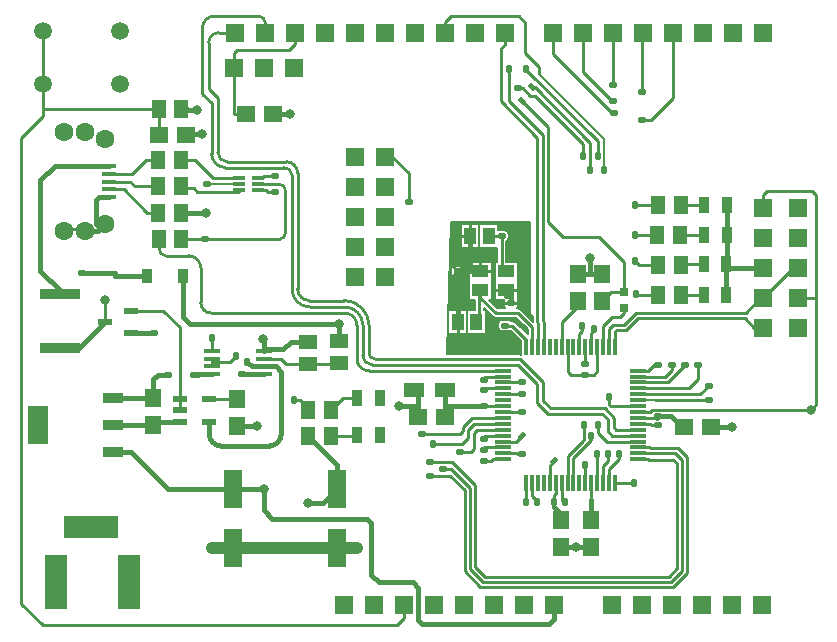
<source format=gtl>
G04 DesignSpark PCB Gerber Version 12.0 Build 5942*
%FSLAX35Y35*%
%MOMM*%
%AMT25*0 Rounded Rectangle Pad at angle 0*4,1,32,-0.07500,-0.32500,0.07500,-0.32500,0.10840,-0.32120,0.14010,-0.31010,0.16850,-0.29220,0.19220,-0.26850,0.21010,-0.24010,0.22120,-0.20840,0.22500,-0.17500,0.22500,0.17500,0.22120,0.20840,0.21010,0.24010,0.19220,0.26850,0.16850,0.29220,0.14010,0.31010,0.10840,0.32120,0.07500,0.32500,-0.07500,0.32500,-0.10840,0.32120,-0.14010,0.31010,-0.16850,0.29220,-0.19220,0.26850,-0.21010,0.24010,-0.22120,0.20840,-0.22500,0.17500,-0.22500,-0.17500,-0.22120,-0.20840,-0.21010,-0.24010,-0.19220,-0.26850,-0.16850,-0.29220,-0.14010,-0.31010,-0.10840,-0.32120,-0.07500,-0.32500,0*%
%ADD25T25*%
%AMT28*0 Rounded Rectangle Pad at angle 0*4,1,20,-0.90000,-2.30000,0.90000,-2.30000,0.91910,-2.29620,0.93530,-2.28540,0.94620,-2.26920,0.95000,-2.25000,0.95000,2.25000,0.94620,2.26910,0.93540,2.28530,0.91920,2.29620,0.90000,2.30000,-0.90000,2.30000,-0.91910,2.29620,-0.93530,2.28540,-0.94620,2.26920,-0.95000,2.25000,-0.95000,-2.25000,-0.94620,-2.26910,-0.93540,-2.28530,-0.91920,-2.29620,-0.90000,-2.30000,0*%
%ADD28T28*%
%ADD88R,0.30000X1.47500*%
%ADD80R,0.85000X1.20000*%
%ADD78R,0.90000X1.40000*%
%ADD90R,1.02000X1.47000*%
%ADD77R,1.29540X1.52400*%
%ADD75R,1.39700X1.52400*%
%ADD72R,1.60000X3.20000*%
%ADD74R,1.75000X3.20000*%
%ADD76R,1.52400X1.52400*%
%ADD12C,0.12700*%
%ADD71C,0.20320*%
%ADD10C,0.25400*%
%ADD21C,0.38100*%
%ADD22C,0.81280*%
%ADD23C,1.00000*%
%AMT27*0 Rounded Rectangle Pad at angle 45*4,1,32,0.17680,-0.28280,0.28280,-0.17680,0.30370,-0.15050,0.31830,-0.12020,0.32580,-0.08750,0.32580,-0.05390,0.31830,-0.02110,0.30370,0.00920,0.28280,0.03540,0.03540,0.28280,0.00910,0.30370,-0.02120,0.31830,-0.05390,0.32580,-0.08750,0.32580,-0.12030,0.31830,-0.15060,0.30370,-0.17680,0.28280,-0.28280,0.17680,-0.30370,0.15050,-0.31830,0.12020,-0.32580,0.08750,-0.32580,0.05390,-0.31830,0.02110,-0.30370,-0.00920,-0.28280,-0.03540,-0.03540,-0.28280,-0.00910,-0.30370,0.02120,-0.31830,0.05390,-0.32580,0.08750,-0.32580,0.12030,-0.31830,0.15060,-0.30370,0.17680,-0.28280,0*%
%ADD27T27*%
%AMT24*0 Rounded Rectangle Pad at angle 90*4,1,32,0.32500,-0.07500,0.32500,0.07500,0.32120,0.10840,0.31010,0.14010,0.29220,0.16850,0.26850,0.19220,0.24010,0.21010,0.20840,0.22120,0.17500,0.22500,-0.17500,0.22500,-0.20840,0.22120,-0.24010,0.21010,-0.26850,0.19220,-0.29220,0.16850,-0.31010,0.14010,-0.32120,0.10840,-0.32500,0.07500,-0.32500,-0.07500,-0.32120,-0.10840,-0.31010,-0.14010,-0.29220,-0.16850,-0.26850,-0.19220,-0.24010,-0.21010,-0.20840,-0.22120,-0.17500,-0.22500,0.17500,-0.22500,0.20840,-0.22120,0.24010,-0.21010,0.26850,-0.19220,0.29220,-0.16850,0.31010,-0.14010,0.32120,-0.10840,0.32500,-0.07500,0*%
%ADD24T24*%
%AMT26*0 Rounded Rectangle Pad at angle 135*4,1,32,0.28280,0.17680,0.17680,0.28280,0.15050,0.30370,0.12020,0.31830,0.08750,0.32580,0.05390,0.32580,0.02110,0.31830,-0.00920,0.30370,-0.03540,0.28280,-0.28280,0.03540,-0.30370,0.00910,-0.31830,-0.02120,-0.32580,-0.05390,-0.32580,-0.08750,-0.31830,-0.12030,-0.30370,-0.15060,-0.28280,-0.17680,-0.17680,-0.28280,-0.15050,-0.30370,-0.12020,-0.31830,-0.08750,-0.32580,-0.05390,-0.32580,-0.02110,-0.31830,0.00920,-0.30370,0.03540,-0.28280,0.28280,-0.03540,0.30370,-0.00910,0.31830,0.02120,0.32580,0.05390,0.32580,0.08750,0.31830,0.12030,0.30370,0.15060,0.28280,0.17680,0*%
%ADD26T26*%
%AMT29*0 Rounded Rectangle Pad at angle 90*4,1,20,2.30000,-0.90000,2.30000,0.90000,2.29620,0.91910,2.28540,0.93530,2.26920,0.94620,2.25000,0.95000,-2.25000,0.95000,-2.26910,0.94620,-2.28530,0.93540,-2.29620,0.91920,-2.30000,0.90000,-2.30000,-0.90000,-2.29620,-0.91910,-2.28540,-0.93530,-2.26920,-0.94620,-2.25000,-0.95000,2.25000,-0.95000,2.26910,-0.94620,2.28530,-0.93540,2.29620,-0.91920,2.30000,-0.90000,0*%
%ADD29T29*%
%ADD86R,0.99000X0.30000*%
%ADD87R,1.47500X0.30000*%
%ADD83R,1.20000X0.45000*%
%ADD81R,1.40000X0.45000*%
%ADD79R,1.20000X0.60000*%
%ADD93R,0.70000X0.65000*%
%ADD85R,3.43000X0.85000*%
%ADD73R,1.75000X0.95000*%
%ADD89R,1.40000X1.10000*%
%ADD82R,1.52400X1.29540*%
%ADD94C,1.50000*%
%ADD84C,1.60000*%
%ADD92R,1.80000X1.30000*%
%ADD91R,1.52400X1.39700*%
X0Y0D02*
D02*
D10*
X42546050Y47495270D02*
Y47435270D01*
X42363050Y47252270D01*
Y43308270D01*
X42545050Y43126270D01*
X45541000D01*
X45598000Y43183270D01*
Y43301000D01*
X42546050Y47710270D02*
Y47495270D01*
X42547050Y47493270D01*
X42546050Y47710270D02*
Y47495270D01*
Y48160270D02*
Y47710270D01*
X42662050Y46484270D02*
X42876550D01*
X42900550Y46460270D01*
X43070050Y45692270D02*
Y45882270D01*
X43100550Y46817770D02*
X43229550D01*
X43427050Y46620270D01*
X43520800D01*
X43100550Y46882770D02*
X43282550D01*
X43323050Y46842270D01*
X43520800D01*
X43290050Y45787270D02*
X43562050D01*
X43702050Y45647270D01*
Y45039270D01*
X43520550Y46394270D02*
X43523800D01*
X43520800Y47064270D02*
X43415550D01*
X43300550Y46949270D01*
Y46947770D01*
X43100550D01*
X43523800Y46394270D02*
X43520550D01*
Y46367770D01*
X43555550D01*
Y46395270D01*
X43528050D01*
Y46310270D01*
G75*
G03*
X43583050Y46255270I55000J0D01*
G01*
X43778050D01*
G75*
G02*
X43880550Y46152770I0J-102500D01*
G01*
Y45860270D01*
G75*
G03*
X43973050Y45767770I92500J0D01*
G01*
X45103050D01*
G75*
G02*
X45203050Y45667770I0J-100000D01*
G01*
Y45381270D01*
G75*
G03*
X45303050Y45281270I100000J0D01*
G01*
X46438250D01*
X43523800Y47495270D02*
X42546050D01*
X43523800D02*
Y47283220D01*
X43527750Y47279270D01*
X43702050Y44944270D02*
Y45039270D01*
X43918050Y46395270D02*
X43714300D01*
Y46394270D01*
X43975050Y45381770D02*
Y45316770D01*
Y45446770D02*
Y45560270D01*
X44170600Y48144000D02*
X44170550Y48142770D01*
X44033050D01*
G75*
G03*
X43948050Y48057770I0J-85000D01*
G01*
Y47665270D01*
X44025550Y47587770D01*
Y47127770D01*
G75*
G03*
X44103050Y47050270I77500J0D01*
G01*
X44605550D01*
G75*
G02*
X44700550Y46955270I0J-95000D01*
G01*
Y45975270D01*
G75*
G03*
X44800550Y45875270I100000J0D01*
G01*
X45095550D01*
G75*
G02*
X45305550Y45665270I0J-210000D01*
G01*
Y45430270D01*
G75*
G03*
X45355550Y45380270I50000J0D01*
G01*
X46582450D01*
X46776750Y45185970D01*
Y45027670D01*
X46843450Y44960970D01*
X47301350D01*
X47379050Y44883270D01*
Y44802970D01*
X47399750Y44782270D01*
X47589050D01*
X44177050Y45402270D02*
X44126050Y45351270D01*
X43975050D01*
Y45381770D01*
X44185550Y45039570D02*
X43952350D01*
X43952050Y45039270D01*
X44208550Y46809270D02*
Y46795270D01*
X43853050D01*
X43820050Y46828270D01*
X43711300D01*
Y46842270D01*
X44208550Y46909270D02*
X43988050D01*
X43834050Y47063270D01*
Y47066170D01*
X43826200D01*
Y47064270D01*
X43711300D01*
X44261250Y47455270D02*
X44165550D01*
Y47847770D01*
X44366050Y46909270D02*
Y46910270D01*
X44395550D01*
X44415550Y46930270D01*
X44510550D01*
X44369550Y46809270D02*
X44434050D01*
X44448050Y46795270D01*
X44510550D01*
X44369550Y46859270D02*
X44541550D01*
G75*
G02*
X44598050Y46802770I6990J-49510D01*
G01*
Y46445270D01*
G75*
G02*
X44548050Y46395270I-50000J0D01*
G01*
X43918050D01*
X44678600Y48144000D02*
Y48043320D01*
X44630550Y47995270D01*
X44188050D01*
X44165550Y47972770D01*
Y47847770D01*
X44790300Y44950270D02*
Y44965520D01*
X44720550Y45035270D01*
X44670550D01*
X44792050Y45336020D02*
X45043050D01*
X45051050Y45344020D01*
X44792050Y45336020D02*
X44602800D01*
X44557050Y45381770D01*
X44415050D01*
X44980800Y44950270D02*
X44983050D01*
X45083050Y45050270D01*
X45208050D01*
Y44740270D02*
Y44727770D01*
X44980800D01*
X45640550Y46705270D02*
Y46957770D01*
X45504550Y47093770D01*
X45440600D01*
X45755550Y44745670D02*
X46076750D01*
X46102650Y44771570D01*
Y44806170D01*
X46179250Y44882770D01*
X46308050D01*
X46309550Y44881270D01*
X46438250D01*
X45848050Y44660270D02*
X46095550D01*
X46148050Y44712770D01*
Y44780270D01*
X46198050Y44830270D01*
X46295550D01*
X46296550Y44831270D01*
X46438250D01*
X46042680Y46109400D02*
X46005880Y46072600D01*
X46042680Y46135140D02*
X46005880Y46171940D01*
X46055550Y45631970D02*
Y45586600D01*
Y45753570D02*
Y45799000D01*
X46068420Y46109400D02*
X46105220Y46072600D01*
X46068420Y46135140D02*
X46105220Y46171940D01*
X46073050Y44590270D02*
X46165550D01*
X46193450Y44618170D01*
Y44756870D01*
X46216850Y44780270D01*
X46300550D01*
X46301550Y44781270D01*
X46438250D01*
X46119750Y46420270D02*
X46074350D01*
X46158050Y46359470D02*
Y46314100D01*
Y46481070D02*
Y46526500D01*
X46190750Y46123270D02*
X46145350D01*
X46248050Y45963270D02*
X46240550D01*
Y45692770D01*
X46215550D01*
X46248050Y45963270D02*
Y45899270D01*
X46377050Y45770270D01*
X46564550D01*
X46687050Y45647770D01*
Y45480070D01*
X46248050Y46165570D02*
Y46211000D01*
X46283050Y45115270D02*
X46291050D01*
X46307050Y45131270D01*
X46438250D01*
X46283050Y45200270D02*
Y45231270D01*
X46438250D01*
X46305350Y46123270D02*
X46350750D01*
X46318050Y46420270D02*
X46428050D01*
X46410750Y45963270D02*
X46365350D01*
X46428050Y46420270D02*
Y46123270D01*
X46468050D01*
X46438250Y44531270D02*
X46348050D01*
Y44512770D01*
X46278050D01*
X46438250Y44581270D02*
X46558050D01*
X46566550Y44572770D01*
X46603050D01*
X46438250Y44631270D02*
X46283050D01*
X46280550Y44628770D01*
Y44607770D01*
X46438250Y44681270D02*
X46554050D01*
X46603050Y44730270D01*
X46438250Y44731270D02*
X46280550D01*
Y44702770D01*
X46438250Y44931270D02*
X46598050D01*
X46438250Y44981270D02*
X46278050Y44980270D01*
X46438250Y45081270D02*
X46597850D01*
X46598050Y45081070D01*
X46438250Y45181270D02*
X46598050D01*
X46488250Y45850270D02*
X46442850D01*
X46525350Y45963270D02*
X46570750D01*
X46527850Y45850270D02*
X46573250D01*
X46633050Y47833270D02*
Y47830670D01*
X47240550Y47223170D01*
Y47095270D01*
X46637050Y44332470D02*
Y44170270D01*
Y45480070D02*
X46638050D01*
Y45542770D01*
X46518050Y45662770D01*
X46460550D01*
X46687050Y44332470D02*
Y44221270D01*
X46728050Y44180270D01*
Y44170270D01*
X46688050Y47680270D02*
X46708050D01*
X47178050Y47210270D01*
Y46977770D01*
X46737050Y45480070D02*
Y45684320D01*
X46732050Y45689320D01*
Y47255270D01*
X46423750Y47563570D01*
Y48009450D01*
X46456600Y48042300D01*
Y48144000D01*
X46746050Y47792270D02*
Y47855270D01*
X46629050Y47972270D01*
Y48227270D01*
X46576050Y48280270D01*
X45997600D01*
X45948600Y48231270D01*
Y48144000D01*
X46787050Y45480070D02*
Y45691500D01*
X46780750Y45697800D01*
Y47277570D01*
X46491050Y47567270D01*
Y47833270D01*
X46837050Y44332470D02*
Y44476770D01*
X46875550Y44515270D01*
X46871050Y44126270D02*
Y44226270D01*
X46887050Y44242270D01*
Y44332470D01*
X46889050Y44336270D02*
Y44240270D01*
X46888050D01*
X46872480Y44224700D01*
Y44170270D01*
X46937050Y44332470D02*
Y44177270D01*
X46965050Y44170270D01*
X46937050Y45480070D02*
Y45691270D01*
X47111050Y45865270D01*
X46987050Y44332470D02*
Y44560270D01*
X47106050Y44679270D01*
X47107050D01*
X47128050Y44700270D01*
X47037050Y44332470D02*
Y44539270D01*
X47188050Y44690270D01*
Y44730270D01*
X47087050Y45480070D02*
Y45591770D01*
X47113050Y45617770D01*
Y45662770D01*
X47115550Y47097770D02*
Y47202770D01*
X46708050Y47610270D01*
X46668050D01*
X46608050Y47670270D01*
X46568050D01*
X47128050Y44820270D02*
Y44700270D01*
X47134050Y45245270D02*
X47013050D01*
X46987050Y45271270D01*
Y45480070D01*
X47137050Y44332470D02*
Y44486270D01*
Y45480070D02*
Y45337770D01*
X47187050Y44332470D02*
Y44188270D01*
Y45480070D02*
Y45599270D01*
X47208050Y45620270D01*
Y45630270D01*
X47237050Y44332470D02*
Y44571270D01*
X47233050Y44575270D01*
X47237050Y45480070D02*
Y45274270D01*
X47208050Y45245270D01*
X47134050D01*
X47237050Y45480070D02*
X47238050D01*
X47287050Y44332470D02*
X47288050D01*
Y44472770D01*
X47328050Y44512770D01*
Y44575270D01*
X47287050Y45480070D02*
Y45656770D01*
X47363050Y45732770D01*
X47427050D01*
X47464550Y45770270D01*
Y45810270D01*
X47337050Y44332470D02*
Y44450270D01*
X47420550Y44533770D01*
Y44572770D01*
X47337050Y45480070D02*
Y45536520D01*
X47338350Y45537820D01*
Y45632670D01*
X47373650Y45667970D01*
X47463650D01*
X47568650Y45772970D01*
X48495050D01*
X48615350Y45893270D01*
X48641050D01*
X47373050Y47567770D02*
X47364550D01*
X47119050Y47813270D01*
Y48140270D01*
X47373050D02*
Y47700270D01*
X47378050Y47465270D02*
X47363050D01*
X46865050Y47963270D01*
Y48140270D01*
X47387050Y44332470D02*
X47420250D01*
X47422450Y44330270D01*
X47553050D01*
X47464550Y45945270D02*
Y46201270D01*
X47250550Y46415270D01*
X46948050D01*
X46820550Y46542770D01*
Y47340270D01*
X46598050Y47562770D01*
X47464550Y45945270D02*
X47354350D01*
X47282050Y45872970D01*
X47579050Y44729570D02*
X47362350D01*
X47325050Y44766870D01*
Y44868270D01*
X47277750Y44915570D01*
X46824650D01*
X46731350Y45008870D01*
Y45164570D01*
X46563150Y45332770D01*
X45328050D01*
G75*
G02*
X45253050Y45407770I0J75000D01*
G01*
Y45667770D01*
G75*
G03*
X45100550Y45820270I-152500J0D01*
G01*
X44805550D01*
G75*
G02*
X44653050Y45972770I0J152500D01*
G01*
Y46936270D01*
G75*
G03*
X44588050Y47001270I-65000J0D01*
G01*
X44089550D01*
G75*
G02*
X43973050Y47117770I0J116500D01*
G01*
Y47549470D01*
X43895550Y47626970D01*
Y48182770D01*
G75*
G02*
X43995550Y48282770I100000J0D01*
G01*
X44374600D01*
G75*
G02*
X44424600Y48232770I0J-50000D01*
G01*
Y48144000D01*
X47585850Y44531270D02*
X47668750D01*
X47672650Y44527370D01*
X47881750D01*
X47910150Y44498970D01*
Y43606570D01*
X47841750Y43538170D01*
X46286850D01*
X46205950Y43619070D01*
Y44309070D01*
X46004750Y44510270D01*
X45825550D01*
X47585850Y44581270D02*
X47772050D01*
X47773050Y44580270D01*
X47900550D01*
X47955550Y44525270D01*
Y43587770D01*
X47860550Y43492770D01*
X46268050D01*
X46160550Y43600270D01*
Y44290270D01*
X46000550Y44450270D01*
X45930550D01*
X47585850Y44631270D02*
X47686040D01*
X47687040Y44630270D01*
X47919350D01*
X48000950Y44548670D01*
Y43568970D01*
X47879350Y43447370D01*
X46249250D01*
X46115150Y43581470D01*
Y44271470D01*
X45993850Y44392770D01*
X45823050D01*
X47585850Y44681270D02*
X47378050Y44680270D01*
X47318050D01*
X47248050Y44750270D01*
Y44820270D01*
X47585850Y44831270D02*
X47686050D01*
X47699050Y44818270D01*
X47754820D01*
X47585850Y44981270D02*
X47351050D01*
X47338050Y44994270D01*
Y45056270D01*
X47585850Y45131270D02*
X48014050D01*
X48092050Y45209270D01*
Y45329270D01*
X47585850Y45181270D02*
X47837010D01*
X47985010Y45329270D01*
X47585850Y45231270D02*
X47810550D01*
X47869920Y45290640D01*
Y45329270D01*
X47585850Y45281270D02*
X47670050D01*
Y45282270D01*
X47717050Y45329270D01*
X47754820D01*
X47621050Y47402770D02*
X47691050D01*
X47881050Y47592770D01*
Y48140270D01*
X47621050Y47642270D02*
Y48134270D01*
X47627050Y48140270D01*
X47729050Y45030270D02*
X48184050D01*
X47743050Y44881270D02*
X47574050D01*
X47747800Y46432770D02*
X47555550D01*
X47752800Y46177770D02*
X47590550D01*
X47555550Y46212770D01*
X47752800Y46682770D02*
X47555550D01*
X47755300Y45920270D02*
X47580550D01*
X47568050Y45932770D01*
X47938300Y46432770D02*
X48143050D01*
X47943300Y46682770D02*
X48143050D01*
X48140550Y45920270D02*
X47945800D01*
X48140560Y46180270D02*
X47983290D01*
X47943300Y46177770D01*
X48184050Y45155270D02*
Y45154270D01*
X48111050Y45081270D01*
X47585850D01*
X48641050Y45639270D02*
Y45640270D01*
X48568350D01*
X48485350Y45723270D01*
X47583150D01*
X47482450Y45622570D01*
X47400350D01*
X47387050Y45609270D01*
Y45480070D01*
X48641050Y46655270D02*
Y46771270D01*
X48676050Y46806270D01*
X49056550D01*
X49090550Y46772270D01*
Y45893270D01*
X48942050D01*
X49088050D01*
Y44987770D01*
G75*
G02*
X49050550Y44950270I-37500J0D01*
G01*
X49048050D01*
X48942050Y46147270D02*
X48895050D01*
X48641050Y45893270D01*
X49048050Y44950270D02*
X47702050D01*
X47683050Y44931270D01*
X47585850D01*
D02*
D12*
X45964850Y45419300D02*
X46581320D01*
G75*
G02*
X46595700Y45417000I1130J-39020D01*
G01*
Y45529900D01*
X46506270Y45619330D01*
G75*
G02*
X46488940Y45613920I-17330J25050D01*
G01*
X46432160D01*
G75*
G02*
X46401700Y45644380I0J30460D01*
G01*
Y45681160D01*
G75*
G02*
X46432160Y45711620I30460J0D01*
G01*
X46488940D01*
G75*
G02*
X46511340Y45701800I0J-30460D01*
G01*
X46516920D01*
G75*
G02*
X46545660Y45690380I1130J-39030D01*
G01*
X46648000Y45588040D01*
Y45631600D01*
X46548400Y45731200D01*
X46377050D01*
G75*
G02*
X46348620Y45743480I0J39050D01*
G01*
X46279600Y45812500D01*
Y45792600D01*
X46292900D01*
Y45592900D01*
X46138200D01*
Y45792600D01*
X46201500D01*
Y45881900D01*
X46151700D01*
Y46204600D01*
X46344400D01*
Y45881900D01*
X46320640D01*
X46393240Y45809300D01*
X46459220D01*
G75*
G02*
X46449200Y45831880I20440J22580D01*
G01*
Y45868660D01*
G75*
G02*
X46452230Y45881900I30460J0D01*
G01*
X46371700D01*
Y46204600D01*
X46389000D01*
Y46320400D01*
X46240700D01*
Y46520100D01*
X46395400D01*
Y46468820D01*
G75*
G02*
X46399660Y46469120I4260J-30160D01*
G01*
X46456440D01*
G75*
G02*
X46486900Y46438660I0J-30460D01*
G01*
Y46401880D01*
G75*
G02*
X46467100Y46373350I-30460J0D01*
G01*
Y46204600D01*
X46564400D01*
Y45881900D01*
X46563870D01*
G75*
G02*
X46566900Y45868660I-27430J-13240D01*
G01*
Y45831880D01*
G75*
G02*
X46556880Y45809300I-30460J0D01*
G01*
X46563420D01*
G75*
G02*
X46592160Y45797880I1130J-39030D01*
G01*
X46693000Y45697040D01*
Y45732820D01*
X46668050Y45757770D01*
Y46542770D01*
X46000550D01*
X45964850Y45419300D01*
X46080700Y46520100D02*
X46235400D01*
Y46320400D01*
X46080700D01*
Y46520100D01*
X45978200Y45792600D02*
X46132900D01*
Y45592900D01*
X45978200D01*
Y45792600D01*
X45996700Y46103880D02*
Y46140660D01*
G75*
G02*
X46027160Y46171120I30460J0D01*
G01*
X46083940D01*
G75*
G02*
X46114400Y46140660I0J-30460D01*
G01*
Y46103880D01*
G75*
G02*
X46083940Y46073420I-30460J0D01*
G01*
X46027160D01*
G75*
G02*
X45996700Y46103880I0J30460D01*
G01*
X45971200Y45619130D02*
G36*
X45971200Y45619130D02*
Y45423350D01*
X46595700D01*
Y45529900D01*
X46506270Y45619330D01*
G75*
G02*
X46488940Y45613920I-17300J24960D01*
G01*
X46432160D01*
G75*
G02*
X46401700Y45644370I0J30450D01*
G01*
G75*
G02*
Y45644380I63660J10D01*
G01*
Y45681160D01*
G75*
G02*
Y45681170I63660J10D01*
G01*
G75*
G02*
X46403990Y45692750I30440J0D01*
G01*
X46292900D01*
Y45592900D01*
X46138200D01*
Y45692750D01*
X46132900D01*
Y45592900D01*
X45978200D01*
Y45692750D01*
X45973540D01*
X45971200Y45619130D01*
G37*
X46543070Y45692750D02*
G36*
X46543070Y45692750D02*
G75*
G02*
X46545660Y45690380I-25000J-29920D01*
G01*
X46648000Y45588040D01*
Y45631600D01*
X46586850Y45692750D01*
X46543070D01*
G37*
X45973540D02*
G36*
X45973540Y45692750D02*
X45978200D01*
Y45792600D01*
X46132900D01*
Y45692750D01*
X46138200D01*
Y45792600D01*
X46201500D01*
Y45881900D01*
X46151700D01*
Y46122270D01*
X46114400D01*
Y46103880D01*
G75*
G02*
Y46103870I-63660J0D01*
G01*
G75*
G02*
X46083940Y46073420I-30460J0D01*
G01*
X46027160D01*
G75*
G02*
X45996700Y46103870I0J30450D01*
G01*
G75*
G02*
Y46103880I63660J10D01*
G01*
Y46122270D01*
X45987190D01*
X45973540Y45692750D01*
G37*
X46279600Y45812500D02*
G36*
X46279600Y45812500D02*
Y45792600D01*
X46292900D01*
Y45692750D01*
X46403990D01*
G75*
G02*
X46432160Y45711620I28170J-11580D01*
G01*
X46488940D01*
G75*
G02*
X46511340Y45701800I10J-30430D01*
G01*
X46516920D01*
G75*
G02*
X46543070Y45692750I1150J-38990D01*
G01*
X46586850D01*
X46548400Y45731200D01*
X46377050D01*
G75*
G02*
X46348620Y45743480I0J39060D01*
G01*
X46279600Y45812500D01*
G37*
X46344400Y45881900D02*
G36*
X46344400Y45881900D02*
X46320640D01*
X46393240Y45809300D01*
X46459220D01*
G75*
G02*
X46449200Y45831880I20460J22590D01*
G01*
Y45868660D01*
G75*
G02*
X46452230Y45881900I30560J-30D01*
G01*
X46371700D01*
Y46122270D01*
X46344400D01*
Y45881900D01*
G37*
X46556880Y45809300D02*
G36*
X46556880Y45809300D02*
X46563420D01*
G75*
G02*
X46592160Y45797880I1150J-38990D01*
G01*
X46686650Y45703390D01*
Y45739170D01*
X46668050Y45757770D01*
Y46122270D01*
X46564400D01*
Y45881900D01*
X46563870D01*
G75*
G02*
X46566900Y45868660I-27530J-13270D01*
G01*
Y45831880D01*
G75*
G02*
X46556880Y45809300I-30480J10D01*
G01*
G37*
X45996660Y46420250D02*
G36*
X45996660Y46420250D02*
X45987190Y46122270D01*
X45996700D01*
Y46140660D01*
G75*
G02*
Y46140670I63660J10D01*
G01*
G75*
G02*
X46027160Y46171120I30460J0D01*
G01*
X46083940D01*
G75*
G02*
X46114400Y46140670I0J-30450D01*
G01*
G75*
G02*
Y46140660I-63660J0D01*
G01*
Y46122270D01*
X46151700D01*
Y46204600D01*
X46344400D01*
Y46122270D01*
X46371700D01*
Y46204600D01*
X46389000D01*
Y46320400D01*
X46240700D01*
Y46420250D01*
X46235400D01*
Y46320400D01*
X46080700D01*
Y46420250D01*
X45996660D01*
G37*
X46467100Y46373350D02*
G36*
X46467100Y46373350D02*
Y46204600D01*
X46564400D01*
Y46122270D01*
X46668050D01*
Y46420250D01*
X46486900D01*
Y46401880D01*
G75*
G02*
X46467100Y46373350I-30480J20D01*
G01*
G37*
X46000350Y46536420D02*
G36*
X46000350Y46536420D02*
X45996660Y46420250D01*
X46080700D01*
Y46520100D01*
X46235400D01*
Y46420250D01*
X46240700D01*
Y46520100D01*
X46395400D01*
Y46468820D01*
G75*
G02*
X46399660Y46469120I4400J-32060D01*
G01*
X46456440D01*
G75*
G02*
X46486900Y46438670I0J-30450D01*
G01*
G75*
G02*
Y46438660I-63660J0D01*
G01*
Y46420250D01*
X46668050D01*
Y46536420D01*
X46000350D01*
G37*
D02*
D71*
X44208550Y46859270D02*
X44076550D01*
X44073050Y46862770D01*
X43930550D01*
X47298050Y46977770D02*
Y47240270D01*
X46746050Y47792270D01*
X47585850Y45031270D02*
X47728050D01*
X47729050Y45030270D01*
D02*
D21*
X42689050Y45469270D02*
X42847050D01*
X43070050Y45692270D01*
X42878050Y46106270D02*
X43153050D01*
Y46080270D01*
X43425550D01*
X42900550Y46460270D02*
X43008050D01*
X43070550Y46522770D01*
X42995050D01*
Y46728270D01*
X43019550Y46752770D01*
X43100550D01*
Y47012770D02*
X42643550D01*
X42523050Y46892270D01*
Y46126270D01*
X42689050Y45960270D01*
Y45929270D01*
X43137050Y44822270D02*
X43473350D01*
X43476050Y44824970D01*
X43290050Y45597270D02*
X43482050D01*
X43476050Y45053570D02*
X43475050D01*
Y45207270D01*
X43515550Y45247770D01*
X43600550D01*
X43476050Y45053570D02*
Y45052270D01*
X43137050D01*
X43702050Y44849270D02*
X43500350D01*
X43476050Y44824970D01*
X43711300Y46620270D02*
X43801050D01*
Y46619270D01*
X43927050D01*
X43714300Y47495270D02*
X43762050D01*
Y47492270D01*
X43853050D01*
X43730550Y46080270D02*
Y45735270D01*
X43788050Y45677770D01*
X45051050D01*
Y45534520D01*
X43756350Y47279270D02*
X43757050D01*
Y47281270D01*
X43893050D01*
X43975050Y45251770D02*
X43855550D01*
Y45247770D01*
X43820550D01*
X44152050Y43779270D02*
X43979050Y43778270D01*
X44152050Y44279270D02*
X43605050D01*
X43292050Y44592270D01*
X43137050D01*
X44185550Y44810970D02*
X44355550D01*
X44232050Y45251770D02*
X44415050D01*
Y44279270D02*
X44152050D01*
X44415050Y45316770D02*
X44518050D01*
X44562050Y45272770D01*
Y44744270D01*
G75*
G02*
X44462050Y44644270I-100000J0D01*
G01*
X44052050D01*
G75*
G02*
X43952050Y44744270I0J100000D01*
G01*
Y44849270D01*
X44415050Y45316770D02*
X44311550D01*
X44275050Y45353270D01*
X44415050Y45446770D02*
Y45545270D01*
X44411050Y45549270D01*
X44489850Y47455270D02*
X44635550D01*
X44638050Y47457770D01*
X44785050Y44159270D02*
X44915050D01*
X45038050Y44282270D01*
X44792050Y45526520D02*
X44790300Y45528270D01*
X44792050Y45526520D02*
X44642300D01*
X44581050Y45465270D01*
X44433550D01*
X44415050Y45446770D01*
X45038050Y44282270D02*
Y44480020D01*
X44790300Y44727770D01*
X45051050Y45534520D02*
Y45675270D01*
X45206050Y43778270D02*
X45035050Y43779270D01*
X45038050Y43782270D01*
X45563050Y44982770D02*
X45717750D01*
Y44890270D02*
Y44982770D01*
Y45087570D01*
X45689050Y45116270D01*
X45946050Y44982570D02*
Y44890570D01*
X45946350Y44890270D01*
Y44980270D01*
X46278050D01*
X45946350Y44890270D02*
Y45113570D01*
X45949050Y45116270D01*
X46055550Y46122270D02*
X46162980D01*
X46163550Y46122840D01*
X46055550Y46122270D02*
Y45692770D01*
X46158050Y46420270D02*
Y46385770D01*
X46163550Y46380270D01*
Y46122840D01*
X46248050Y46123270D02*
X46163550Y46122840D01*
X46508050Y45850270D02*
Y45910270D01*
X46468050D01*
Y45963270D01*
X46868000Y43301000D02*
Y43176220D01*
X46826050Y43134270D01*
X45756050D01*
X45724050Y43166270D01*
Y43439270D01*
X45675050Y43488270D01*
X45387050D01*
X45324050Y43551270D01*
Y43992270D01*
X45288050Y44028270D01*
X44486050D01*
X44415050Y44099270D01*
Y44279270D01*
X46928050Y44020570D02*
Y44069270D01*
X46871050Y44126270D01*
X47057050Y43791270D02*
X46929050Y43790970D01*
X46928050Y43791970D01*
X47071050Y46099570D02*
Y46100270D01*
X47175550D01*
Y46235270D01*
X47111050Y45865270D02*
X47118050D01*
X47070550D01*
Y45847770D01*
X47071050D01*
Y45870970D01*
X47187050Y44188270D02*
X47188050Y44187270D01*
Y44019570D01*
Y43790970D02*
X47057050Y43791270D01*
X47282050Y46101570D02*
X47073050D01*
X47071050Y46099570D01*
X47754820Y44895270D02*
X47757050D01*
X47743050Y44881270D01*
X47976750Y44806270D02*
X47953050D01*
X47865050Y44894270D01*
Y44895270D01*
X47754820D01*
X48205350Y44806270D02*
X48377050D01*
X48330550Y45920270D02*
Y46180260D01*
X48330560Y46180270D01*
X48333050Y46682770D02*
Y46182760D01*
X48330560Y46180270D01*
X48641050Y46147270D02*
X48363560D01*
X48330560Y46180270D01*
D02*
D22*
X43070050Y45882270D03*
X43853050Y47492270D03*
X43893050Y47281270D03*
X43927050Y46619270D03*
X43979050Y43778270D03*
X44355550Y44810970D03*
X44411050Y45549270D03*
X44415050Y44279270D03*
X44596050Y43778270D03*
X44638050Y47457770D03*
X44785050Y44159270D03*
X45051050Y45675270D03*
X45206050Y43778270D03*
X45563050Y44982770D03*
X47057050Y43791270D03*
X47175550Y46235270D03*
X48377050Y44806270D03*
X49048050Y44950270D03*
D02*
D23*
X43979050Y43778270D02*
X44596050D01*
X45206050D01*
D02*
D24*
X42878050Y46106270D03*
X43482050Y45597270D03*
X43600550Y45247770D03*
X43820550D03*
X43918050Y46395270D03*
X43930550Y46862770D03*
X44232050Y45251770D03*
X44510550Y46795270D03*
Y46930270D03*
X45640550Y46705270D03*
X45755550Y44745670D03*
X45823050Y44392770D03*
X45825550Y44510270D03*
X45930550Y44450270D03*
X46055550Y46122270D03*
X46073050Y44590270D03*
X46278050Y44512770D03*
Y44980270D03*
X46280550Y44607770D03*
Y44702770D03*
X46283050Y45115270D03*
Y45200270D03*
X46428050Y46420270D03*
X46460550Y45662770D03*
X46508050Y45850270D03*
X46568050Y47670270D03*
X46598050Y44931270D03*
Y45081070D03*
Y45181270D03*
X46603050Y44572770D03*
X47134050Y45245270D03*
X47137050Y45337770D03*
X47373050Y47567770D03*
Y47700270D03*
X47378050Y47465270D03*
X47621050Y47402770D03*
Y47642270D03*
X47754820Y44818270D03*
Y44895270D03*
Y45329270D03*
X47869920D03*
X47985010D03*
X48092050D03*
X48184050Y45030270D03*
Y45155270D03*
D02*
D25*
X43975050Y45560270D03*
X44177050Y45402270D03*
X44275050Y45353270D03*
X44670550Y45035270D03*
X45848050Y44660270D03*
X46491050Y47833270D03*
X46633050D03*
X46637050Y44170270D03*
X46728050D03*
X46872480D03*
X46965050D03*
X47113050Y45662770D03*
X47115550Y47097770D03*
X47118050Y45865270D03*
X47128050Y44820270D03*
X47137050Y44486270D03*
X47178050Y46977770D03*
X47188050Y44730270D03*
X47208050Y45630270D03*
X47233050Y44575270D03*
X47240550Y47095270D03*
X47248050Y44820270D03*
X47298050Y46977770D03*
X47328050Y44575270D03*
X47338050Y45056270D03*
X47420550Y44572770D03*
X47553050Y44330270D03*
X47555550Y46212770D03*
Y46432770D03*
Y46682770D03*
X47568050Y45932770D03*
D02*
D26*
X46603050Y44730270D03*
X46875550Y44515270D03*
D02*
D27*
X46598050Y47562770D03*
X46688050Y47680270D03*
D02*
D28*
X42655050Y43488270D03*
X43275050D03*
D02*
D29*
X42955050Y43958270D03*
D02*
D72*
X44152050Y43779270D03*
Y44279270D03*
X45038050Y43782270D03*
Y44282270D03*
D02*
D73*
X43137050Y44592270D03*
Y44822270D03*
Y45052270D03*
D02*
D74*
X42507050Y44822270D03*
D02*
D75*
X43476050Y44824970D03*
Y45053570D03*
X44185550Y44810970D03*
Y45039570D03*
X46928050Y43791970D03*
Y44020570D03*
X47071050Y45870970D03*
Y46099570D03*
X47188050Y43790970D03*
Y44019570D03*
X47282050Y45872970D03*
Y46101570D03*
D02*
D76*
X44165550Y47847770D03*
X44170600Y48144000D03*
X44419550Y47847770D03*
X44424600Y48144000D03*
X44673550Y47847770D03*
X44678600Y48144000D03*
X44932600D03*
X45090000Y43301000D03*
X45186600Y46077770D03*
Y46331770D03*
Y46585770D03*
Y46839770D03*
Y47093770D03*
Y48144000D03*
X45344000Y43301000D03*
X45440600Y46077770D03*
Y46331770D03*
Y46585770D03*
Y46839770D03*
Y47093770D03*
Y48144000D03*
X45598000Y43301000D03*
X45694600Y48144000D03*
X45852000Y43301000D03*
X45948600Y48144000D03*
X46106000Y43301000D03*
X46202600Y48144000D03*
X46360000Y43301000D03*
X46456600Y48144000D03*
X46614000Y43301000D03*
X46865050Y48140270D03*
X46868000Y43301000D03*
X47119050Y48140270D03*
X47361000Y43301000D03*
X47373050Y48140270D03*
X47615000Y43301000D03*
X47627050Y48140270D03*
X47869000Y43301000D03*
X47881050Y48140270D03*
X48123000Y43301000D03*
X48135050Y48140270D03*
X48377000Y43301000D03*
X48389050Y48140270D03*
X48631000Y43301000D03*
X48641050Y45639270D03*
Y45893270D03*
Y46147270D03*
Y46401270D03*
Y46655270D03*
X48643050Y48140270D03*
X48942050Y45639270D03*
Y45893270D03*
Y46147270D03*
Y46401270D03*
Y46655270D03*
D02*
D77*
X43520800Y46620270D03*
Y46842270D03*
Y47064270D03*
X43523800Y46394270D03*
Y47495270D03*
X43711300Y46620270D03*
Y46842270D03*
Y47064270D03*
X43714300Y46394270D03*
Y47495270D03*
X44790300Y44727770D03*
Y44950270D03*
X44980800Y44727770D03*
Y44950270D03*
X47747800Y46432770D03*
X47752800Y46177770D03*
Y46682770D03*
X47755300Y45920270D03*
X47938300Y46432770D03*
X47943300Y46177770D03*
Y46682770D03*
X47945800Y45920270D03*
D02*
D78*
X45208050Y44740270D03*
Y45050270D03*
X45398050Y44740270D03*
Y45050270D03*
X48140550Y45920270D03*
X48140560Y46180270D03*
X48143050Y46432770D03*
Y46682770D03*
X48330550Y45920270D03*
X48330560Y46180270D03*
X48333050Y46432770D03*
Y46682770D03*
D02*
D79*
X43070050Y45692270D03*
X43290050Y45597270D03*
Y45787270D03*
X43702050Y44849270D03*
Y44944270D03*
Y45039270D03*
X43952050Y44849270D03*
Y45039270D03*
D02*
D80*
X43425550Y46080270D03*
X43730550D03*
D02*
D81*
X43975050Y45251770D03*
Y45316770D03*
Y45381770D03*
Y45446770D03*
X44415050Y45251770D03*
Y45316770D03*
Y45381770D03*
Y45446770D03*
D02*
D82*
X44792050Y45336020D03*
Y45526520D03*
X45051050Y45344020D03*
Y45534520D03*
D02*
D83*
X43100550Y46752770D03*
Y46817770D03*
Y46882770D03*
Y46947770D03*
Y47012770D03*
D02*
D84*
X42725550Y46460270D03*
Y47305270D03*
X42900550Y46460270D03*
Y47305270D03*
X43070550Y46522770D03*
Y47242770D03*
D02*
D85*
X42689050Y45469270D03*
Y45929270D03*
D02*
D86*
X44208550Y46809270D03*
Y46859270D03*
Y46909270D03*
X44369550Y46809270D03*
Y46859270D03*
Y46909270D03*
D02*
D87*
X46438250Y44531270D03*
Y44581270D03*
Y44631270D03*
Y44681270D03*
Y44731270D03*
Y44781270D03*
Y44831270D03*
Y44881270D03*
Y44931270D03*
Y44981270D03*
Y45031270D03*
Y45081270D03*
Y45131270D03*
Y45181270D03*
Y45231270D03*
Y45281270D03*
X47585850Y44531270D03*
Y44581270D03*
Y44631270D03*
Y44681270D03*
Y44731270D03*
Y44781270D03*
Y44831270D03*
Y44881270D03*
Y44931270D03*
Y44981270D03*
Y45031270D03*
Y45081270D03*
Y45131270D03*
Y45181270D03*
Y45231270D03*
Y45281270D03*
D02*
D88*
X46637050Y44332470D03*
Y45480070D03*
X46687050Y44332470D03*
Y45480070D03*
X46737050Y44332470D03*
Y45480070D03*
X46787050Y44332470D03*
Y45480070D03*
X46837050Y44332470D03*
Y45480070D03*
X46887050Y44332470D03*
Y45480070D03*
X46937050Y44332470D03*
Y45480070D03*
X46987050Y44332470D03*
Y45480070D03*
X47037050Y44332470D03*
Y45480070D03*
X47087050Y44332470D03*
Y45480070D03*
X47137050Y44332470D03*
Y45480070D03*
X47187050Y44332470D03*
Y45480070D03*
X47237050Y44332470D03*
Y45480070D03*
X47287050Y44332470D03*
Y45480070D03*
X47337050Y44332470D03*
Y45480070D03*
X47387050Y44332470D03*
Y45480070D03*
D02*
D89*
X46248050Y45963270D03*
Y46123270D03*
X46468050Y45963270D03*
Y46123270D03*
D02*
D90*
X46055550Y45692770D03*
X46158050Y46420270D03*
X46215550Y45692770D03*
X46318050Y46420270D03*
D02*
D91*
X43527750Y47279270D03*
X43756350D03*
X44261250Y47455270D03*
X44489850D03*
X45717750Y44890270D03*
X45946350D03*
X47976750Y44806270D03*
X48205350D03*
D02*
D92*
X45689050Y45116270D03*
X45949050D03*
D02*
D93*
X47464550Y45810270D03*
Y45945270D03*
D02*
D94*
X42546050Y47710270D03*
Y48160270D03*
X43196050Y47710270D03*
Y48160270D03*
X0Y0D02*
M02*

</source>
